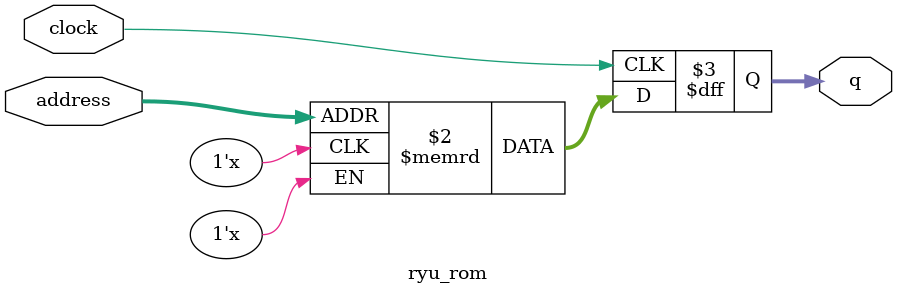
<source format=sv>
module ryu_rom (
	input logic clock,
	input logic [12:0] address,
	output logic [4:0] q
);

logic [4:0] memory [0:5309] /* synthesis ram_init_file = "./ryu/ryu.mif" */;

always_ff @ (posedge clock) begin
	q <= memory[address];
end

endmodule

</source>
